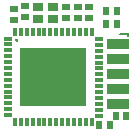
<source format=gbs>
%TF.GenerationSoftware,KiCad,Pcbnew,4.0.7+dfsg1-1*%
%TF.CreationDate,2017-09-29T19:36:36+02:00*%
%TF.ProjectId,fx2grok-tiny,66783267726F6B2D74696E792E6B6963,1*%
%TF.FileFunction,Soldermask,Bot*%
%FSLAX46Y46*%
G04 Gerber Fmt 4.6, Leading zero omitted, Abs format (unit mm)*
G04 Created by KiCad (PCBNEW 4.0.7+dfsg1-1) date Fri Sep 29 19:36:36 2017*
%MOMM*%
%LPD*%
G01*
G04 APERTURE LIST*
%ADD10C,0.150000*%
%ADD11C,0.206000*%
%ADD12C,0.127000*%
%ADD13R,0.701040X0.500380*%
%ADD14R,0.500380X0.701040*%
%ADD15R,0.850900X0.751840*%
%ADD16R,5.600700X4.902200*%
%ADD17R,0.792480X0.381000*%
%ADD18R,0.381000X0.792480*%
%ADD19R,1.901900X0.861060*%
G04 APERTURE END LIST*
D10*
D11*
X68991160Y-40989200D02*
X68951921Y-41047867D01*
X68991160Y-41106533D01*
X69030398Y-41047867D01*
X68991160Y-40989200D01*
X68991160Y-41106533D01*
D12*
X78398422Y-40714343D02*
X78398422Y-40424057D01*
X78398422Y-40569200D02*
X77763422Y-40569200D01*
X77854136Y-40520819D01*
X77914612Y-40472438D01*
X77944850Y-40424057D01*
D13*
X75071160Y-38269620D03*
X75071160Y-39168780D03*
D14*
X76890740Y-48209200D03*
X75991580Y-48209200D03*
D13*
X68731160Y-39308780D03*
X68731160Y-38409620D03*
D14*
X77371580Y-47449200D03*
X78270740Y-47449200D03*
D13*
X73181160Y-39138780D03*
X73181160Y-38239620D03*
X69661160Y-38189620D03*
X69661160Y-39088780D03*
X74151160Y-38239620D03*
X74151160Y-39138780D03*
D14*
X76581580Y-39699200D03*
X77480740Y-39699200D03*
X76591580Y-38579200D03*
X77490740Y-38579200D03*
D15*
X72101400Y-39269580D03*
X70803460Y-39269580D03*
X70803460Y-38268820D03*
X72101400Y-38268820D03*
D16*
X72097320Y-44201900D03*
D17*
X75942880Y-40948160D03*
X75942880Y-41448540D03*
X75942880Y-41948920D03*
X75942880Y-42449300D03*
X75942880Y-42947140D03*
X75942880Y-43447520D03*
X75942880Y-43947900D03*
X75942880Y-44448280D03*
X75942880Y-44948660D03*
X75942880Y-45449040D03*
X75942880Y-45949420D03*
X75942880Y-46449800D03*
X75942880Y-46947640D03*
X75942880Y-47448020D03*
D18*
X75343440Y-40348720D03*
X74843060Y-40348720D03*
X74342680Y-40348720D03*
X73842300Y-40348720D03*
X73341920Y-40348720D03*
X72841540Y-40348720D03*
X72341160Y-40348720D03*
X71843320Y-40348720D03*
X71342940Y-40348720D03*
X70842560Y-40348720D03*
X70342180Y-40348720D03*
X69841800Y-40348720D03*
X69341420Y-40348720D03*
X68843580Y-40348720D03*
D17*
X68241600Y-40948160D03*
X68241600Y-41400280D03*
X68241600Y-41898120D03*
X68241600Y-42398500D03*
X68241600Y-42898880D03*
X68241600Y-43399260D03*
X68241600Y-43899640D03*
X68241600Y-44400020D03*
X68241600Y-44900400D03*
X68241600Y-45398240D03*
X68241600Y-45898620D03*
X68241600Y-46399000D03*
X68241600Y-46899380D03*
X68241600Y-47399760D03*
D18*
X68841040Y-47999200D03*
X69341420Y-47999200D03*
X69841800Y-47999200D03*
X70342180Y-47999200D03*
X70842560Y-47999200D03*
X71342940Y-47999200D03*
X71843320Y-47999200D03*
X72341160Y-47999200D03*
X72841540Y-47999200D03*
X73341920Y-47999200D03*
X73842300Y-47999200D03*
X74342680Y-47999200D03*
X74843060Y-47999200D03*
X75343440Y-47999200D03*
D19*
X77581160Y-41384120D03*
X77581160Y-42659200D03*
X77581160Y-43934280D03*
X77581160Y-45209360D03*
X77581160Y-46484440D03*
M02*

</source>
